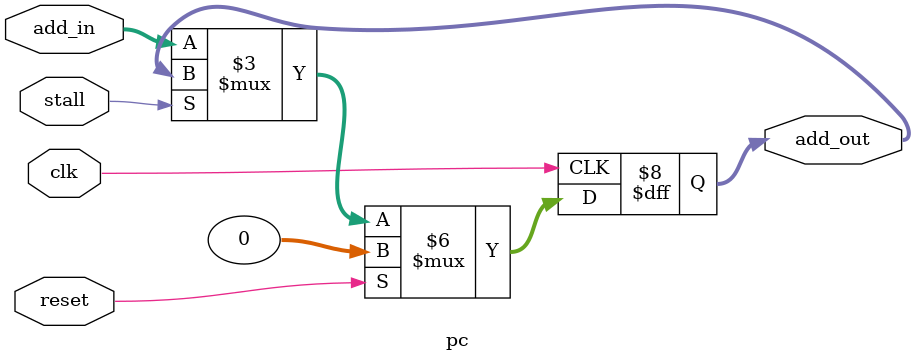
<source format=sv>
module pc (input logic [31:0] add_in, input logic clk, reset,stall,output logic [31:0]add_out);

    always_ff @(posedge clk)
    begin
        if (reset)
        begin
            add_out <= 0;
        end
        else if (stall)
        begin
            add_out <= add_out;
        end
        else
        begin
            add_out <= add_in;
        end
    end

endmodule
</source>
